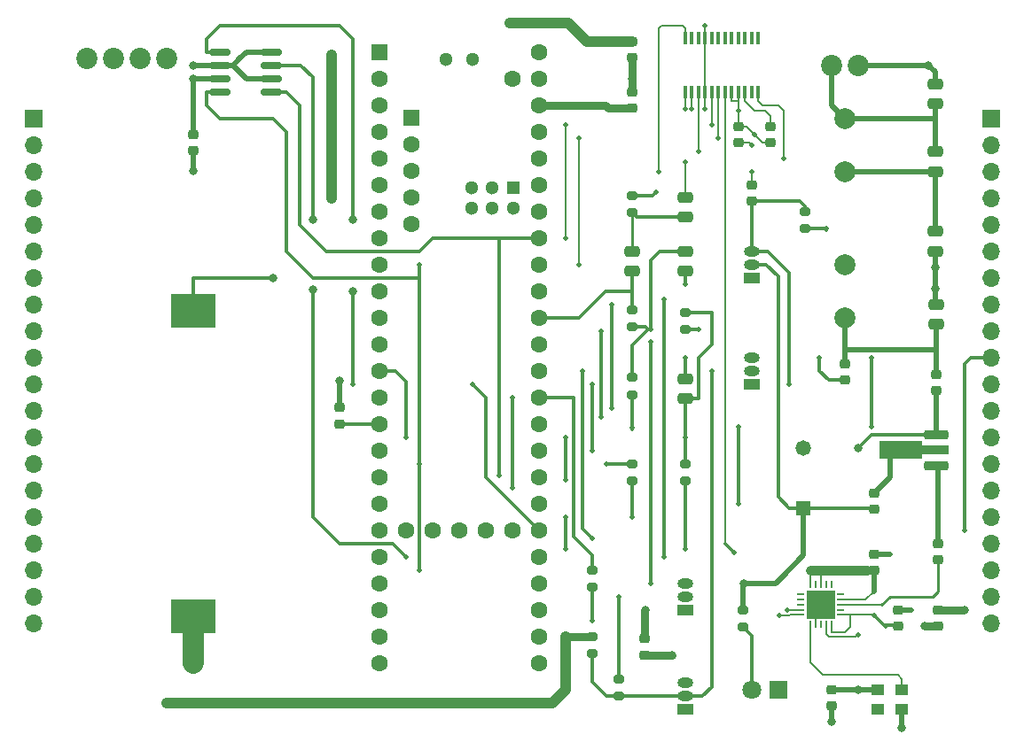
<source format=gbr>
G04 #@! TF.GenerationSoftware,KiCad,Pcbnew,8.0.4*
G04 #@! TF.CreationDate,2024-08-15T07:01:28-07:00*
G04 #@! TF.ProjectId,PocketFT8Xcvr,506f636b-6574-4465-9438-586376722e6b,rev?*
G04 #@! TF.SameCoordinates,Original*
G04 #@! TF.FileFunction,Copper,L1,Top*
G04 #@! TF.FilePolarity,Positive*
%FSLAX46Y46*%
G04 Gerber Fmt 4.6, Leading zero omitted, Abs format (unit mm)*
G04 Created by KiCad (PCBNEW 8.0.4) date 2024-08-15 07:01:28*
%MOMM*%
%LPD*%
G01*
G04 APERTURE LIST*
G04 Aperture macros list*
%AMRoundRect*
0 Rectangle with rounded corners*
0 $1 Rounding radius*
0 $2 $3 $4 $5 $6 $7 $8 $9 X,Y pos of 4 corners*
0 Add a 4 corners polygon primitive as box body*
4,1,4,$2,$3,$4,$5,$6,$7,$8,$9,$2,$3,0*
0 Add four circle primitives for the rounded corners*
1,1,$1+$1,$2,$3*
1,1,$1+$1,$4,$5*
1,1,$1+$1,$6,$7*
1,1,$1+$1,$8,$9*
0 Add four rect primitives between the rounded corners*
20,1,$1+$1,$2,$3,$4,$5,0*
20,1,$1+$1,$4,$5,$6,$7,0*
20,1,$1+$1,$6,$7,$8,$9,0*
20,1,$1+$1,$8,$9,$2,$3,0*%
%AMFreePoly0*
4,1,9,5.362500,-0.866500,1.237500,-0.866500,1.237500,-0.450000,-1.237500,-0.450000,-1.237500,0.450000,1.237500,0.450000,1.237500,0.866500,5.362500,0.866500,5.362500,-0.866500,5.362500,-0.866500,$1*%
G04 Aperture macros list end*
G04 #@! TA.AperFunction,SMDPad,CuDef*
%ADD10RoundRect,0.225000X0.250000X-0.225000X0.250000X0.225000X-0.250000X0.225000X-0.250000X-0.225000X0*%
G04 #@! TD*
G04 #@! TA.AperFunction,ComponentPad*
%ADD11R,1.600000X1.600000*%
G04 #@! TD*
G04 #@! TA.AperFunction,ComponentPad*
%ADD12C,1.600000*%
G04 #@! TD*
G04 #@! TA.AperFunction,ComponentPad*
%ADD13R,1.300000X1.300000*%
G04 #@! TD*
G04 #@! TA.AperFunction,ComponentPad*
%ADD14C,1.300000*%
G04 #@! TD*
G04 #@! TA.AperFunction,SMDPad,CuDef*
%ADD15RoundRect,0.200000X-0.275000X0.200000X-0.275000X-0.200000X0.275000X-0.200000X0.275000X0.200000X0*%
G04 #@! TD*
G04 #@! TA.AperFunction,SMDPad,CuDef*
%ADD16R,1.300000X1.100000*%
G04 #@! TD*
G04 #@! TA.AperFunction,SMDPad,CuDef*
%ADD17RoundRect,0.250000X0.475000X-0.250000X0.475000X0.250000X-0.475000X0.250000X-0.475000X-0.250000X0*%
G04 #@! TD*
G04 #@! TA.AperFunction,SMDPad,CuDef*
%ADD18R,4.318000X3.302000*%
G04 #@! TD*
G04 #@! TA.AperFunction,ComponentPad*
%ADD19C,2.020000*%
G04 #@! TD*
G04 #@! TA.AperFunction,ComponentPad*
%ADD20C,2.000000*%
G04 #@! TD*
G04 #@! TA.AperFunction,SMDPad,CuDef*
%ADD21RoundRect,0.200000X0.275000X-0.200000X0.275000X0.200000X-0.275000X0.200000X-0.275000X-0.200000X0*%
G04 #@! TD*
G04 #@! TA.AperFunction,SMDPad,CuDef*
%ADD22RoundRect,0.250000X-0.475000X0.250000X-0.475000X-0.250000X0.475000X-0.250000X0.475000X0.250000X0*%
G04 #@! TD*
G04 #@! TA.AperFunction,ComponentPad*
%ADD23R,1.500000X1.000000*%
G04 #@! TD*
G04 #@! TA.AperFunction,ComponentPad*
%ADD24O,1.500000X1.000000*%
G04 #@! TD*
G04 #@! TA.AperFunction,ComponentPad*
%ADD25R,1.473200X1.473200*%
G04 #@! TD*
G04 #@! TA.AperFunction,ComponentPad*
%ADD26C,1.473200*%
G04 #@! TD*
G04 #@! TA.AperFunction,ComponentPad*
%ADD27R,1.700000X1.700000*%
G04 #@! TD*
G04 #@! TA.AperFunction,ComponentPad*
%ADD28O,1.700000X1.700000*%
G04 #@! TD*
G04 #@! TA.AperFunction,SMDPad,CuDef*
%ADD29RoundRect,0.225000X-0.250000X0.225000X-0.250000X-0.225000X0.250000X-0.225000X0.250000X0.225000X0*%
G04 #@! TD*
G04 #@! TA.AperFunction,SMDPad,CuDef*
%ADD30RoundRect,0.150000X-0.825000X-0.150000X0.825000X-0.150000X0.825000X0.150000X-0.825000X0.150000X0*%
G04 #@! TD*
G04 #@! TA.AperFunction,ComponentPad*
%ADD31R,1.800000X1.800000*%
G04 #@! TD*
G04 #@! TA.AperFunction,ComponentPad*
%ADD32C,1.800000*%
G04 #@! TD*
G04 #@! TA.AperFunction,SMDPad,CuDef*
%ADD33R,0.762000X0.254000*%
G04 #@! TD*
G04 #@! TA.AperFunction,SMDPad,CuDef*
%ADD34R,0.254000X0.762000*%
G04 #@! TD*
G04 #@! TA.AperFunction,SMDPad,CuDef*
%ADD35R,2.743200X2.743200*%
G04 #@! TD*
G04 #@! TA.AperFunction,SMDPad,CuDef*
%ADD36RoundRect,0.225000X0.925000X0.225000X-0.925000X0.225000X-0.925000X-0.225000X0.925000X-0.225000X0*%
G04 #@! TD*
G04 #@! TA.AperFunction,SMDPad,CuDef*
%ADD37FreePoly0,180.000000*%
G04 #@! TD*
G04 #@! TA.AperFunction,SMDPad,CuDef*
%ADD38R,0.400000X1.200000*%
G04 #@! TD*
G04 #@! TA.AperFunction,ViaPad*
%ADD39C,0.800000*%
G04 #@! TD*
G04 #@! TA.AperFunction,ViaPad*
%ADD40C,0.500000*%
G04 #@! TD*
G04 #@! TA.AperFunction,ViaPad*
%ADD41C,1.000000*%
G04 #@! TD*
G04 #@! TA.AperFunction,Conductor*
%ADD42C,0.300000*%
G04 #@! TD*
G04 #@! TA.AperFunction,Conductor*
%ADD43C,0.200000*%
G04 #@! TD*
G04 #@! TA.AperFunction,Conductor*
%ADD44C,0.500000*%
G04 #@! TD*
G04 #@! TA.AperFunction,Conductor*
%ADD45C,0.800000*%
G04 #@! TD*
G04 #@! TA.AperFunction,Conductor*
%ADD46C,2.000000*%
G04 #@! TD*
G04 #@! TA.AperFunction,Conductor*
%ADD47C,0.900000*%
G04 #@! TD*
G04 #@! TA.AperFunction,Conductor*
%ADD48C,0.250000*%
G04 #@! TD*
G04 #@! TA.AperFunction,Conductor*
%ADD49C,1.000000*%
G04 #@! TD*
G04 APERTURE END LIST*
D10*
X177038000Y-63272000D03*
X177038000Y-61722000D03*
D11*
X139700000Y-54610000D03*
D12*
X139700000Y-57150000D03*
X139700000Y-59690000D03*
X139700000Y-62230000D03*
X139700000Y-64770000D03*
X139700000Y-67310000D03*
X139700000Y-69850000D03*
X139700000Y-72390000D03*
X139700000Y-74930000D03*
X139700000Y-77470000D03*
X139700000Y-80010000D03*
X139700000Y-82550000D03*
X139700000Y-85090000D03*
X139700000Y-87630000D03*
X139700000Y-90170000D03*
X139700000Y-92710000D03*
X139700000Y-95250000D03*
X139700000Y-97790000D03*
X139700000Y-100330000D03*
X139700000Y-102870000D03*
X139700000Y-105410000D03*
X139700000Y-107950000D03*
X139700000Y-110490000D03*
X139700000Y-113030000D03*
X154940000Y-113030000D03*
X154940000Y-110490000D03*
X154940000Y-107950000D03*
X154940000Y-105410000D03*
X154940000Y-102870000D03*
X154940000Y-100330000D03*
X154940000Y-97790000D03*
X154940000Y-95250000D03*
X154940000Y-92710000D03*
X154940000Y-90170000D03*
X154940000Y-87630000D03*
X154940000Y-85090000D03*
X154940000Y-82550000D03*
X154940000Y-80010000D03*
X154940000Y-77470000D03*
X154940000Y-74930000D03*
X154940000Y-72390000D03*
X154940000Y-69850000D03*
X154940000Y-67310000D03*
X154940000Y-64770000D03*
X154940000Y-62230000D03*
X154940000Y-59690000D03*
X154940000Y-57150000D03*
X154940000Y-54610000D03*
X152400000Y-57150000D03*
X142240000Y-100330000D03*
X144780000Y-100330000D03*
X147320000Y-100330000D03*
X149860000Y-100330000D03*
X152400000Y-100330000D03*
D11*
X142750800Y-60909200D03*
D12*
X142750800Y-63449200D03*
X142750800Y-65989200D03*
X142750800Y-68529200D03*
X142750800Y-71069200D03*
D13*
X152501600Y-67580000D03*
D14*
X150501600Y-67580000D03*
X148501600Y-67580000D03*
X148501600Y-69580000D03*
X150501600Y-69580000D03*
X152501600Y-69580000D03*
X148590000Y-55340000D03*
X146050000Y-55340000D03*
D15*
X163830000Y-93980000D03*
X163830000Y-95630000D03*
D16*
X187311000Y-117470000D03*
X189611000Y-117470000D03*
X189611000Y-115570000D03*
X187311000Y-115570000D03*
D17*
X168910000Y-75560000D03*
X168910000Y-73660000D03*
D18*
X121920000Y-108585000D03*
X121920000Y-79375000D03*
D19*
X182880000Y-55880000D03*
X185420000Y-55880000D03*
D20*
X184150000Y-66040000D03*
X184150000Y-60960000D03*
D21*
X160020000Y-105790000D03*
X160020000Y-104140000D03*
D22*
X168910000Y-85852000D03*
X168910000Y-87752000D03*
D10*
X184150000Y-86005000D03*
X184150000Y-84455000D03*
D23*
X168910000Y-117475000D03*
D24*
X168910000Y-116205000D03*
X168910000Y-114935000D03*
D10*
X173990000Y-63272000D03*
X173990000Y-61722000D03*
D25*
X180213000Y-98247200D03*
D26*
X180213000Y-92456000D03*
D20*
X184150000Y-80010000D03*
X184150000Y-74930000D03*
D22*
X163830000Y-73660000D03*
X163830000Y-75560000D03*
D27*
X198120000Y-60960000D03*
D28*
X198120000Y-63500000D03*
X198120000Y-66040000D03*
X198120000Y-68580000D03*
X198120000Y-71120000D03*
X198120000Y-73660000D03*
X198120000Y-76200000D03*
X198120000Y-78740000D03*
X198120000Y-81280000D03*
X198120000Y-83820000D03*
X198120000Y-86360000D03*
X198120000Y-88900000D03*
X198120000Y-91440000D03*
X198120000Y-93980000D03*
X198120000Y-96520000D03*
X198120000Y-99060000D03*
X198120000Y-101600000D03*
X198120000Y-104140000D03*
X198120000Y-106680000D03*
X198120000Y-109220000D03*
D29*
X121920000Y-62484000D03*
X121920000Y-64034000D03*
D10*
X193040000Y-103150000D03*
X193040000Y-101600000D03*
D30*
X124460000Y-54610000D03*
X124460000Y-55880000D03*
X124460000Y-57150000D03*
X124460000Y-58420000D03*
X129410000Y-58420000D03*
X129410000Y-57150000D03*
X129410000Y-55880000D03*
X129410000Y-54610000D03*
D10*
X189230000Y-109500000D03*
X189230000Y-107950000D03*
D17*
X192786000Y-66040000D03*
X192786000Y-64140000D03*
D10*
X193040000Y-109500000D03*
X193040000Y-107950000D03*
X175260000Y-68860000D03*
X175260000Y-67310000D03*
D21*
X160020000Y-112140000D03*
X160020000Y-110490000D03*
X180340000Y-71500000D03*
X180340000Y-69850000D03*
D23*
X168910000Y-107950000D03*
D24*
X168910000Y-106680000D03*
X168910000Y-105410000D03*
D21*
X168910000Y-95630000D03*
X168910000Y-93980000D03*
D22*
X192786000Y-71760000D03*
X192786000Y-73660000D03*
D23*
X175260000Y-76200000D03*
D24*
X175260000Y-74930000D03*
X175260000Y-73660000D03*
D17*
X192786000Y-59558000D03*
X192786000Y-57658000D03*
D29*
X186944000Y-102616000D03*
X186944000Y-104166000D03*
D31*
X177800000Y-115570000D03*
D32*
X175260000Y-115570000D03*
D15*
X174435000Y-107950000D03*
X174435000Y-109600000D03*
D33*
X179967128Y-106459528D03*
X179967128Y-106957114D03*
X179967128Y-107454700D03*
X179967128Y-107952286D03*
X179967128Y-108449872D03*
D34*
X180889656Y-109372400D03*
X181387242Y-109372400D03*
X181884828Y-109372400D03*
X182382414Y-109372400D03*
X182880000Y-109372400D03*
D33*
X183802528Y-108449872D03*
X183802528Y-107952286D03*
X183802528Y-107454700D03*
X183802528Y-106957114D03*
X183802528Y-106459528D03*
D34*
X182880000Y-105537000D03*
X182382414Y-105537000D03*
X181884828Y-105537000D03*
X181387242Y-105537000D03*
X180889656Y-105537000D03*
D35*
X181884828Y-107454700D03*
D21*
X163830000Y-80898000D03*
X163830000Y-79248000D03*
D10*
X135890000Y-90170000D03*
X135890000Y-88620000D03*
X163830000Y-59970000D03*
X163830000Y-58420000D03*
D15*
X162560000Y-114555000D03*
X162560000Y-116205000D03*
D10*
X163830000Y-55144000D03*
X163830000Y-53594000D03*
D23*
X175260000Y-86360000D03*
D24*
X175260000Y-85090000D03*
X175260000Y-83820000D03*
D21*
X163830000Y-87375000D03*
X163830000Y-85725000D03*
D36*
X192950000Y-94186000D03*
D37*
X192862500Y-92686000D03*
D36*
X192950000Y-91186000D03*
D29*
X186944000Y-96774000D03*
X186944000Y-98324000D03*
D38*
X175895000Y-53280000D03*
X175260000Y-53280000D03*
X174625000Y-53280000D03*
X173990000Y-53280000D03*
X173355000Y-53280000D03*
X172720000Y-53280000D03*
X172085000Y-53280000D03*
X171450000Y-53280000D03*
X170815000Y-53280000D03*
X170180000Y-53280000D03*
X169545000Y-53280000D03*
X168910000Y-53280000D03*
X168910000Y-58480000D03*
X169545000Y-58480000D03*
X170180000Y-58480000D03*
X170815000Y-58480000D03*
X171450000Y-58480000D03*
X172085000Y-58480000D03*
X172720000Y-58480000D03*
X173355000Y-58480000D03*
X173990000Y-58480000D03*
X174625000Y-58480000D03*
X175260000Y-58480000D03*
X175895000Y-58480000D03*
D19*
X111760000Y-55245000D03*
X114300000Y-55245000D03*
X116840000Y-55245000D03*
X119380000Y-55245000D03*
D10*
X165087000Y-112268000D03*
X165087000Y-110718000D03*
D21*
X168910000Y-81152000D03*
X168910000Y-79502000D03*
D22*
X168910000Y-68521000D03*
X168910000Y-70421000D03*
D10*
X182880000Y-117120000D03*
X182880000Y-115570000D03*
D15*
X163830000Y-68326000D03*
X163830000Y-69976000D03*
D27*
X106680000Y-60960000D03*
D28*
X106680000Y-63500000D03*
X106680000Y-66040000D03*
X106680000Y-68580000D03*
X106680000Y-71120000D03*
X106680000Y-73660000D03*
X106680000Y-76200000D03*
X106680000Y-78740000D03*
X106680000Y-81280000D03*
X106680000Y-83820000D03*
X106680000Y-86360000D03*
X106680000Y-88900000D03*
X106680000Y-91440000D03*
X106680000Y-93980000D03*
X106680000Y-96520000D03*
X106680000Y-99060000D03*
X106680000Y-101600000D03*
X106680000Y-104140000D03*
X106680000Y-106680000D03*
X106680000Y-109220000D03*
D17*
X192913000Y-80640000D03*
X192913000Y-78740000D03*
D10*
X192913000Y-87021000D03*
X192913000Y-85471000D03*
D39*
X129540000Y-76200000D03*
D40*
X188468000Y-102616000D03*
X163830000Y-90551000D03*
X168910000Y-83820000D03*
D39*
X121920000Y-66014000D03*
X135890000Y-86080000D03*
X167640000Y-112268000D03*
D40*
X181102000Y-106680000D03*
X182372000Y-71501000D03*
X190500000Y-92710000D03*
X182626000Y-108077000D03*
X166116000Y-68008000D03*
X175260000Y-63500000D03*
X188468000Y-92710000D03*
D39*
X163830000Y-57150000D03*
X121920000Y-55880000D03*
D40*
X181864000Y-107442000D03*
X168910000Y-60071000D03*
X170815000Y-52070000D03*
X168910000Y-76835000D03*
D39*
X192151000Y-55880000D03*
D40*
X181102000Y-108077000D03*
X182626000Y-106680000D03*
D39*
X189611000Y-119253000D03*
X192786000Y-75184000D03*
D40*
X170815000Y-60071000D03*
D39*
X192786000Y-77216000D03*
X121920000Y-113030000D03*
D40*
X169545000Y-60071000D03*
D39*
X191795400Y-109499400D03*
D40*
X187960000Y-95758000D03*
X190500000Y-107950000D03*
D39*
X182880000Y-118618000D03*
D40*
X186944000Y-106172000D03*
X168910000Y-91440000D03*
X175514000Y-62484000D03*
D39*
X184277000Y-104140000D03*
X121920000Y-57150000D03*
D40*
X163830000Y-99060000D03*
D39*
X180848000Y-104140000D03*
D40*
X188087000Y-109474000D03*
X173990000Y-60198000D03*
X186944000Y-108458000D03*
D39*
X182499000Y-104140000D03*
X185420000Y-115570000D03*
D40*
X178308000Y-64770000D03*
X168910000Y-65151000D03*
X178816000Y-86360000D03*
X175260000Y-66040000D03*
X166370000Y-66040000D03*
X170180000Y-81153000D03*
X165608000Y-81153000D03*
X181737000Y-83820000D03*
D39*
X165100000Y-107950000D03*
D41*
X135128000Y-54864000D03*
X135128000Y-68580000D03*
X119380000Y-116840000D03*
D39*
X157480000Y-110490000D03*
X195580000Y-107950000D03*
X152400000Y-51816000D03*
D40*
X173609000Y-102489000D03*
X185420000Y-110363000D03*
D39*
X174498000Y-105410000D03*
D40*
X160020000Y-109000000D03*
X171450000Y-85090000D03*
X162560000Y-106680000D03*
X172085000Y-62865000D03*
X158750000Y-74930000D03*
X161417000Y-93980000D03*
X158750000Y-62865000D03*
X143510000Y-93980000D03*
X143510000Y-104140000D03*
X177927000Y-108458000D03*
X143510000Y-74930000D03*
X157480000Y-61595000D03*
X151130000Y-95123000D03*
X157480000Y-102108000D03*
X168910000Y-102108000D03*
X178689000Y-107950000D03*
X171450000Y-61595000D03*
X157480000Y-72390000D03*
X157480000Y-99060000D03*
X142240000Y-91440000D03*
X157480000Y-91440000D03*
X157480000Y-95504000D03*
X165608000Y-82296000D03*
X165608000Y-105410000D03*
X195580000Y-100330000D03*
D39*
X137160000Y-70612000D03*
D40*
X137160000Y-86360000D03*
X148590000Y-86360000D03*
D39*
X137160000Y-77470000D03*
D40*
X166878000Y-102870000D03*
X166878000Y-78232000D03*
D39*
X133350000Y-77343000D03*
X133350000Y-70612000D03*
D40*
X142240000Y-102870000D03*
D39*
X185420000Y-92456000D03*
D40*
X161925000Y-88646000D03*
X161925000Y-78740000D03*
X152400000Y-87630000D03*
X152400000Y-96266000D03*
X173990000Y-97790000D03*
X173990000Y-90424000D03*
X186690000Y-83820000D03*
X186690000Y-90424000D03*
X160020000Y-101092000D03*
X159131000Y-85090000D03*
X170180000Y-64135000D03*
X160909000Y-89535000D03*
X160909000Y-81280000D03*
X160020000Y-92710000D03*
X160020000Y-86360000D03*
D42*
X121920000Y-76200000D02*
X129540000Y-76200000D01*
X121920000Y-79375000D02*
X121920000Y-76200000D01*
X163830000Y-90551000D02*
X163830000Y-90678000D01*
D43*
X189611000Y-119253000D02*
X189611000Y-118999000D01*
X173990000Y-63272000D02*
X175032000Y-63272000D01*
D44*
X125730000Y-55880000D02*
X127000000Y-57150000D01*
D42*
X165798000Y-68326000D02*
X166116000Y-68008000D01*
D43*
X175032000Y-63272000D02*
X175260000Y-63500000D01*
X168910000Y-58480000D02*
X168910000Y-60071000D01*
D44*
X192786000Y-78613000D02*
X192913000Y-78740000D01*
D43*
X170815000Y-53280000D02*
X170815000Y-52070000D01*
X181387242Y-109372400D02*
X181387242Y-107952286D01*
D44*
X192786000Y-75184000D02*
X192786000Y-77216000D01*
D43*
X181366656Y-107972872D02*
X181864000Y-107475528D01*
D44*
X188468000Y-92710000D02*
X188468000Y-95250000D01*
D43*
X191770600Y-109500000D02*
X191770000Y-109499400D01*
X181102000Y-108077000D02*
X181366656Y-107972872D01*
D45*
X193040000Y-109500000D02*
X191796000Y-109500000D01*
D43*
X191794800Y-109500000D02*
X191770600Y-109500000D01*
X170815000Y-58480000D02*
X170815000Y-60071000D01*
D44*
X127000000Y-57150000D02*
X129410000Y-57150000D01*
X189611000Y-117470000D02*
X189611000Y-119253000D01*
D43*
X181387242Y-107952286D02*
X181884828Y-107454700D01*
D44*
X186944000Y-102616000D02*
X188468000Y-102616000D01*
X182880000Y-117120000D02*
X182880000Y-118618000D01*
X121920000Y-64262000D02*
X121920000Y-66014000D01*
X135890000Y-88620000D02*
X135890000Y-86080000D01*
X192786000Y-77216000D02*
X192786000Y-78613000D01*
X192786000Y-56515000D02*
X192151000Y-55880000D01*
X124460000Y-55880000D02*
X125730000Y-55880000D01*
D43*
X181864000Y-107442000D02*
X181897528Y-107442000D01*
X191795400Y-109499400D02*
X191794800Y-109500000D01*
D42*
X182244000Y-71500000D02*
X182245000Y-71501000D01*
D44*
X187960000Y-95758000D02*
X186944000Y-96774000D01*
D43*
X191796000Y-109500000D02*
X191795400Y-109499400D01*
D42*
X163830000Y-87375000D02*
X163830000Y-90551000D01*
D43*
X181864000Y-107475528D02*
X181864000Y-107442000D01*
D44*
X190500000Y-107950000D02*
X189230000Y-107950000D01*
D42*
X180340000Y-71500000D02*
X182244000Y-71500000D01*
X182245000Y-71501000D02*
X182372000Y-71501000D01*
X168910000Y-76835000D02*
X168910000Y-75560000D01*
D45*
X165087000Y-112268000D02*
X167640000Y-112268000D01*
D44*
X192786000Y-73660000D02*
X192786000Y-75184000D01*
X124460000Y-55880000D02*
X121920000Y-55880000D01*
X126365000Y-55245000D02*
X127000000Y-54610000D01*
X188468000Y-95250000D02*
X187960000Y-95758000D01*
D42*
X163830000Y-68326000D02*
X165798000Y-68326000D01*
D43*
X181897528Y-107442000D02*
X181884828Y-107454700D01*
D44*
X125730000Y-55880000D02*
X126365000Y-55245000D01*
X127000000Y-54610000D02*
X129410000Y-54610000D01*
D43*
X169545000Y-58480000D02*
X169545000Y-60071000D01*
D46*
X121920000Y-113030000D02*
X121920000Y-108585000D01*
D44*
X192151000Y-55880000D02*
X185420000Y-55880000D01*
D42*
X182372000Y-71628000D02*
X182245000Y-71501000D01*
D45*
X163830000Y-55144000D02*
X163830000Y-58420000D01*
D42*
X168910000Y-85852000D02*
X168910000Y-83820000D01*
D44*
X192786000Y-57658000D02*
X192786000Y-56515000D01*
D43*
X170815000Y-58480000D02*
X170815000Y-53280000D01*
X181884828Y-105537000D02*
X181884828Y-104160828D01*
D42*
X163830000Y-95630000D02*
X163830000Y-99060000D01*
D43*
X182880000Y-109372400D02*
X182880000Y-110109000D01*
X173355000Y-58480000D02*
X173355000Y-59309000D01*
D42*
X186944000Y-108458000D02*
X187960000Y-109474000D01*
X168910000Y-79502000D02*
X171450000Y-79502000D01*
D43*
X173990000Y-60198000D02*
X173990000Y-61722000D01*
X189180000Y-109450000D02*
X189230000Y-109500000D01*
X183802528Y-106957114D02*
X186158886Y-106957114D01*
D42*
X139700000Y-90170000D02*
X135890000Y-90170000D01*
D47*
X182499000Y-104140000D02*
X180848000Y-104140000D01*
D42*
X170175000Y-87752000D02*
X168910000Y-87752000D01*
D43*
X187960000Y-109474000D02*
X188087000Y-109474000D01*
X177038000Y-63272000D02*
X176302000Y-63272000D01*
X173355000Y-59309000D02*
X173990000Y-59309000D01*
D44*
X187311000Y-115570000D02*
X185420000Y-115570000D01*
D43*
X176302000Y-63272000D02*
X175514000Y-62484000D01*
X188087000Y-109474000D02*
X188111000Y-109450000D01*
X184150000Y-110109000D02*
X184658000Y-109601000D01*
X184658000Y-108449872D02*
X186935872Y-108449872D01*
D42*
X168910000Y-91440000D02*
X168910000Y-87752000D01*
D43*
X186158886Y-106957114D02*
X186944000Y-106172000D01*
D45*
X161570000Y-59970000D02*
X163830000Y-59970000D01*
D42*
X188111000Y-109450000D02*
X189180000Y-109450000D01*
X171450000Y-82550000D02*
X170180000Y-83820000D01*
D43*
X184658000Y-109601000D02*
X184658000Y-108449872D01*
X183802528Y-108449872D02*
X184658000Y-108449872D01*
X173990000Y-58480000D02*
X173990000Y-59309000D01*
X181884828Y-104160828D02*
X181905656Y-104140000D01*
X188063000Y-109450000D02*
X188087000Y-109474000D01*
X181884828Y-104541828D02*
X181864000Y-104521000D01*
X173990000Y-59309000D02*
X173990000Y-60198000D01*
D42*
X168910000Y-93980000D02*
X168910000Y-91440000D01*
D43*
X180889656Y-104181656D02*
X180848000Y-104140000D01*
D42*
X170180000Y-83820000D02*
X170180000Y-87757000D01*
D43*
X186935872Y-108449872D02*
X186944000Y-108458000D01*
X181905656Y-104140000D02*
X182499000Y-104140000D01*
D47*
X186283000Y-104140000D02*
X184277000Y-104140000D01*
D44*
X121920000Y-57150000D02*
X124460000Y-57150000D01*
D43*
X175514000Y-62484000D02*
X174752000Y-61722000D01*
D45*
X154940000Y-59690000D02*
X161290000Y-59690000D01*
D42*
X171450000Y-79502000D02*
X171450000Y-82550000D01*
D45*
X161290000Y-59690000D02*
X161570000Y-59970000D01*
D43*
X182880000Y-110109000D02*
X184150000Y-110109000D01*
D47*
X184277000Y-104140000D02*
X182499000Y-104140000D01*
D44*
X185420000Y-115570000D02*
X182880000Y-115570000D01*
D42*
X170180000Y-87757000D02*
X170175000Y-87752000D01*
D43*
X174752000Y-61722000D02*
X173990000Y-61722000D01*
D44*
X121920000Y-57150000D02*
X121920000Y-62484000D01*
D43*
X180889656Y-105537000D02*
X180889656Y-104181656D01*
D44*
X186944000Y-106172000D02*
X186944000Y-104166000D01*
D43*
X177038000Y-60706000D02*
X177038000Y-61722000D01*
X176530000Y-60198000D02*
X177038000Y-60706000D01*
X174625000Y-59309000D02*
X175514000Y-60198000D01*
X174625000Y-58480000D02*
X174625000Y-59309000D01*
X175514000Y-60198000D02*
X176530000Y-60198000D01*
D42*
X164275000Y-70421000D02*
X163830000Y-69976000D01*
X168910000Y-70421000D02*
X164275000Y-70421000D01*
D48*
X163830000Y-73660000D02*
X163830000Y-69976000D01*
D43*
X168910000Y-65151000D02*
X168910000Y-68521000D01*
X175895000Y-59309000D02*
X175895000Y-58480000D01*
X178308000Y-60198000D02*
X177800000Y-59690000D01*
X177800000Y-59690000D02*
X176276000Y-59690000D01*
X176276000Y-59690000D02*
X175895000Y-59309000D01*
X178308000Y-64770000D02*
X178308000Y-60198000D01*
D42*
X176784000Y-73660000D02*
X178816000Y-75692000D01*
X180340000Y-69342000D02*
X180340000Y-69850000D01*
X179832000Y-68834000D02*
X180340000Y-69342000D01*
X175260000Y-73660000D02*
X176784000Y-73660000D01*
X179806000Y-68860000D02*
X179832000Y-68834000D01*
X175260000Y-73660000D02*
X175260000Y-68860000D01*
X178816000Y-75692000D02*
X178816000Y-86360000D01*
X175260000Y-68860000D02*
X179806000Y-68860000D01*
D43*
X168910000Y-52324000D02*
X168656000Y-52070000D01*
X166370000Y-52324000D02*
X166370000Y-66040000D01*
X175260000Y-67310000D02*
X175260000Y-66040000D01*
X166624000Y-52070000D02*
X166370000Y-52324000D01*
X168910000Y-53280000D02*
X168910000Y-52324000D01*
X168656000Y-52070000D02*
X166624000Y-52070000D01*
D42*
X154940000Y-80010000D02*
X158750000Y-80010000D01*
X163830000Y-75560000D02*
X163830000Y-77343000D01*
X163703000Y-77470000D02*
X163830000Y-77343000D01*
X163830000Y-77343000D02*
X163830000Y-79248000D01*
X158750000Y-80010000D02*
X161290000Y-77470000D01*
X161290000Y-77470000D02*
X163703000Y-77470000D01*
X170180000Y-81153000D02*
X170179000Y-81152000D01*
X163830000Y-80898000D02*
X165099000Y-80898000D01*
X165354000Y-81153000D02*
X165608000Y-81153000D01*
X166497000Y-73660000D02*
X165608000Y-74549000D01*
X163830000Y-82677000D02*
X165354000Y-81153000D01*
X163830000Y-85725000D02*
X163830000Y-82677000D01*
X165099000Y-80898000D02*
X165354000Y-81153000D01*
X165608000Y-74549000D02*
X165608000Y-81153000D01*
X168910000Y-73660000D02*
X166497000Y-73660000D01*
X168910000Y-81152000D02*
X170180000Y-81153000D01*
X192786000Y-59624000D02*
X193040000Y-59370000D01*
D44*
X184150000Y-60960000D02*
X192786000Y-60960000D01*
D42*
X193040000Y-64140000D02*
X192786000Y-63886000D01*
D44*
X192786000Y-63886000D02*
X192786000Y-61214000D01*
X182880000Y-55880000D02*
X182880000Y-59690000D01*
X192786000Y-61214000D02*
X192786000Y-59624000D01*
X182880000Y-59690000D02*
X184150000Y-60960000D01*
X184150000Y-66040000D02*
X192786000Y-66040000D01*
D42*
X192786000Y-71506000D02*
X193040000Y-71760000D01*
D44*
X192786000Y-66040000D02*
X192786000Y-71506000D01*
X192913000Y-80767000D02*
X192913000Y-83058000D01*
X184150000Y-80010000D02*
X184150000Y-83058000D01*
X192913000Y-85471000D02*
X192913000Y-83058000D01*
X192913000Y-83058000D02*
X184150000Y-83058000D01*
X184150000Y-83058000D02*
X184150000Y-84455000D01*
D42*
X192786000Y-80640000D02*
X192913000Y-80767000D01*
X181737000Y-83820000D02*
X181737000Y-85090000D01*
X184150000Y-86005000D02*
X182652000Y-86005000D01*
X181737000Y-85090000D02*
X182652000Y-86005000D01*
D49*
X119380000Y-116840000D02*
X156210000Y-116840000D01*
X157480000Y-115570000D02*
X157480000Y-110490000D01*
X157734000Y-51816000D02*
X152400000Y-51816000D01*
X135128000Y-68580000D02*
X135128000Y-54864000D01*
D45*
X160020000Y-110490000D02*
X157480000Y-110490000D01*
D49*
X152400000Y-51816000D02*
X152146000Y-51816000D01*
D45*
X193040000Y-107950000D02*
X195326000Y-107950000D01*
D44*
X165087000Y-107963000D02*
X165100000Y-107950000D01*
D49*
X156210000Y-116840000D02*
X157480000Y-115570000D01*
X159512000Y-53594000D02*
X157734000Y-51816000D01*
D45*
X165087000Y-110718000D02*
X165087000Y-107963000D01*
D49*
X163830000Y-53594000D02*
X159512000Y-53594000D01*
D48*
X193040000Y-106172000D02*
X193040000Y-103150000D01*
X188468000Y-106680000D02*
X192532000Y-106680000D01*
X192532000Y-106680000D02*
X193040000Y-106172000D01*
D43*
X183802528Y-107454700D02*
X187693300Y-107454700D01*
D48*
X187693300Y-107454700D02*
X188468000Y-106680000D01*
D42*
X172720000Y-101600000D02*
X173609000Y-102489000D01*
D43*
X172720000Y-58480000D02*
X172720000Y-101600000D01*
X182382414Y-109372400D02*
X182382414Y-110247810D01*
X185224000Y-110559000D02*
X185420000Y-110363000D01*
X182693604Y-110559000D02*
X185224000Y-110559000D01*
X182382414Y-110247810D02*
X182693604Y-110559000D01*
D42*
X175260000Y-74930000D02*
X176657000Y-74930000D01*
X176657000Y-74930000D02*
X177800000Y-76073000D01*
D44*
X174498000Y-105410000D02*
X174435000Y-105473000D01*
D42*
X178892200Y-98247200D02*
X180213000Y-98247200D01*
D44*
X177546000Y-105410000D02*
X178054000Y-104902000D01*
D42*
X186867200Y-98247200D02*
X186944000Y-98324000D01*
D44*
X178054000Y-104902000D02*
X180213000Y-102743000D01*
D42*
X180213000Y-98247200D02*
X186867200Y-98247200D01*
D44*
X180213000Y-102743000D02*
X180213000Y-98247200D01*
X174435000Y-105473000D02*
X174435000Y-107950000D01*
D42*
X177800000Y-76073000D02*
X177800000Y-97155000D01*
D44*
X174498000Y-105410000D02*
X177546000Y-105410000D01*
D42*
X177800000Y-97155000D02*
X178892200Y-98247200D01*
D44*
X193040000Y-101600000D02*
X193040000Y-94276000D01*
D42*
X193040000Y-94276000D02*
X192950000Y-94186000D01*
X154940000Y-87630000D02*
X158242000Y-87630000D01*
X158242000Y-100965000D02*
X160020000Y-102743000D01*
X158242000Y-87630000D02*
X158242000Y-100965000D01*
X160020000Y-102743000D02*
X160020000Y-104140000D01*
X175260000Y-115570000D02*
X175260000Y-110425000D01*
X175260000Y-110425000D02*
X174435000Y-109600000D01*
X160020000Y-105790000D02*
X160020000Y-109000000D01*
X170561000Y-116205000D02*
X171450000Y-115316000D01*
X160020000Y-112140000D02*
X160020000Y-114808000D01*
X168910000Y-116205000D02*
X162560000Y-116205000D01*
X168910000Y-116205000D02*
X170561000Y-116205000D01*
X171450000Y-115316000D02*
X171450000Y-85090000D01*
X162560000Y-116205000D02*
X161417000Y-116205000D01*
X161417000Y-116205000D02*
X160020000Y-114808000D01*
X162560000Y-114555000D02*
X162560000Y-106680000D01*
X124460000Y-60960000D02*
X129540000Y-60960000D01*
D43*
X158750000Y-74930000D02*
X158750000Y-62865000D01*
X172085000Y-62865000D02*
X172085000Y-58480000D01*
D42*
X143510000Y-104140000D02*
X143510000Y-93980000D01*
X143510000Y-93980000D02*
X143510000Y-76200000D01*
X123190000Y-58420000D02*
X123190000Y-59690000D01*
D43*
X179967128Y-108449872D02*
X177927000Y-108458000D01*
D42*
X163830000Y-93980000D02*
X161417000Y-93980000D01*
X129540000Y-60960000D02*
X130810000Y-62230000D01*
D43*
X177927000Y-108458000D02*
X177935128Y-108449872D01*
D42*
X124460000Y-58420000D02*
X123190000Y-58420000D01*
X123190000Y-59690000D02*
X124460000Y-60960000D01*
X130810000Y-73660000D02*
X133350000Y-76200000D01*
X133350000Y-76200000D02*
X143510000Y-76200000D01*
X143510000Y-76200000D02*
X143510000Y-74930000D01*
X130810000Y-62230000D02*
X130810000Y-73660000D01*
X168910000Y-95630000D02*
X168910000Y-102108000D01*
X157480000Y-102108000D02*
X157480000Y-99060000D01*
D43*
X171450000Y-61595000D02*
X171450000Y-58480000D01*
D42*
X132080000Y-59690000D02*
X130810000Y-58420000D01*
X132080000Y-71120000D02*
X132080000Y-59690000D01*
X134620000Y-73660000D02*
X132080000Y-71120000D01*
D43*
X179967128Y-107952286D02*
X178691286Y-107952286D01*
D42*
X143510000Y-73660000D02*
X134620000Y-73660000D01*
X144780000Y-72390000D02*
X143510000Y-73660000D01*
D43*
X157480000Y-72390000D02*
X157480000Y-61595000D01*
D42*
X151130000Y-72390000D02*
X144780000Y-72390000D01*
X154940000Y-72390000D02*
X151130000Y-72390000D01*
D43*
X178691286Y-107952286D02*
X178689000Y-107950000D01*
D42*
X130810000Y-58420000D02*
X129410000Y-58420000D01*
X151130000Y-72390000D02*
X151130000Y-95123000D01*
X141224000Y-85090000D02*
X139700000Y-85090000D01*
X142240000Y-91440000D02*
X142240000Y-86106000D01*
X142240000Y-86106000D02*
X141224000Y-85090000D01*
X157480000Y-95504000D02*
X157480000Y-91440000D01*
X165608000Y-105410000D02*
X165608000Y-82296000D01*
X137160000Y-77470000D02*
X137160000Y-86360000D01*
X124460000Y-52070000D02*
X123190000Y-53340000D01*
X195580000Y-84455000D02*
X196215000Y-83820000D01*
X137160000Y-70612000D02*
X137160000Y-53340000D01*
X123190000Y-54610000D02*
X124460000Y-54610000D01*
X195580000Y-100330000D02*
X195580000Y-84455000D01*
X196215000Y-83820000D02*
X198120000Y-83820000D01*
X149860000Y-87630000D02*
X149860000Y-95250000D01*
X123190000Y-53340000D02*
X123190000Y-54610000D01*
X137160000Y-53340000D02*
X135890000Y-52070000D01*
X135890000Y-52070000D02*
X124460000Y-52070000D01*
X148590000Y-86360000D02*
X149860000Y-87630000D01*
X149860000Y-95250000D02*
X154940000Y-100330000D01*
X132207000Y-55880000D02*
X129410000Y-55880000D01*
X142240000Y-102870000D02*
X140970000Y-101600000D01*
X133350000Y-81153000D02*
X133350000Y-77343000D01*
X166878000Y-102870000D02*
X166878000Y-78232000D01*
X133350000Y-70612000D02*
X133350000Y-57023000D01*
X140970000Y-101600000D02*
X135890000Y-101600000D01*
X135890000Y-101600000D02*
X133350000Y-99060000D01*
X133350000Y-57023000D02*
X132207000Y-55880000D01*
X133350000Y-99060000D02*
X133350000Y-81026000D01*
X192913000Y-91149000D02*
X192950000Y-91186000D01*
X192950000Y-91186000D02*
X186690000Y-91186000D01*
X186690000Y-91186000D02*
X185420000Y-92456000D01*
X192913000Y-87021000D02*
X192950000Y-87058000D01*
D44*
X192913000Y-87021000D02*
X192913000Y-91149000D01*
D42*
X161925000Y-88646000D02*
X161925000Y-78740000D01*
X152400000Y-96266000D02*
X152400000Y-87630000D01*
X173990000Y-97790000D02*
X173990000Y-90424000D01*
X186690000Y-90424000D02*
X186690000Y-83820000D01*
X159131000Y-100203000D02*
X160020000Y-101092000D01*
X159131000Y-85090000D02*
X159131000Y-100203000D01*
D43*
X170180000Y-64135000D02*
X170180000Y-58480000D01*
X180889656Y-112988344D02*
X180889656Y-109372400D01*
X189611000Y-114554000D02*
X189230000Y-114173000D01*
X189611000Y-115570000D02*
X189611000Y-114554000D01*
X182074312Y-114173000D02*
X180889656Y-112988344D01*
X189230000Y-114173000D02*
X182074312Y-114173000D01*
D42*
X160909000Y-81407000D02*
X160909000Y-89535000D01*
X160782000Y-81280000D02*
X160909000Y-81407000D01*
X160020000Y-86360000D02*
X160020000Y-92710000D01*
M02*

</source>
